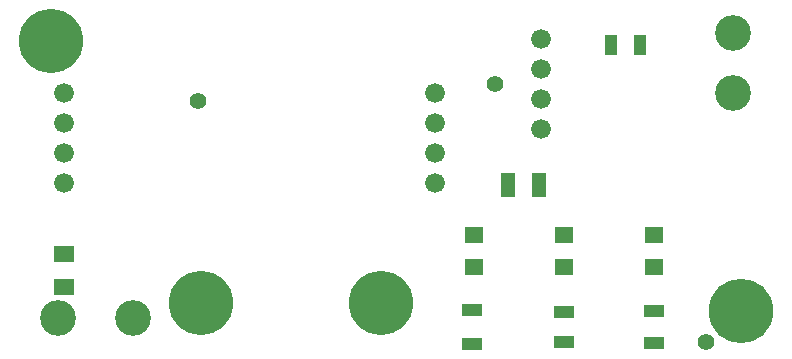
<source format=gts>
G04*
G04 #@! TF.GenerationSoftware,Altium Limited,Altium Designer,22.9.1 (49)*
G04*
G04 Layer_Color=8388736*
%FSLAX25Y25*%
%MOIN*%
G70*
G04*
G04 #@! TF.SameCoordinates,DEE7DE5E-5230-4543-89B2-9CAB29215946*
G04*
G04*
G04 #@! TF.FilePolarity,Negative*
G04*
G01*
G75*
%ADD13R,0.04500X0.08000*%
%ADD14R,0.06496X0.05315*%
%ADD15R,0.03937X0.07087*%
%ADD16R,0.07032X0.05176*%
%ADD17R,0.06693X0.04134*%
%ADD18R,0.06528X0.04156*%
%ADD19R,0.06544X0.04166*%
%ADD20C,0.06591*%
%ADD21C,0.21400*%
%ADD22C,0.21460*%
%ADD23C,0.11928*%
%ADD24C,0.05591*%
D13*
X264750Y159500D02*
D03*
X275250D02*
D03*
D14*
X313500Y142815D02*
D03*
Y132185D02*
D03*
X283500Y142815D02*
D03*
Y132185D02*
D03*
X253500Y142815D02*
D03*
Y132185D02*
D03*
D15*
X308921Y206000D02*
D03*
X299079D02*
D03*
D16*
X117000Y125505D02*
D03*
Y136495D02*
D03*
D17*
X313500Y117217D02*
D03*
Y106783D02*
D03*
D18*
X283500Y117025D02*
D03*
Y106975D02*
D03*
D19*
X253000Y106382D02*
D03*
Y117618D02*
D03*
D20*
X117000Y190000D02*
D03*
Y180000D02*
D03*
Y170000D02*
D03*
Y160000D02*
D03*
X276000Y208000D02*
D03*
Y198000D02*
D03*
Y188000D02*
D03*
Y178000D02*
D03*
X240500Y190000D02*
D03*
Y180000D02*
D03*
Y170000D02*
D03*
Y160000D02*
D03*
D21*
X222500Y120000D02*
D03*
X162500D02*
D03*
X112500Y207500D02*
D03*
D22*
X342500Y117500D02*
D03*
D23*
X340000Y190000D02*
D03*
Y210000D02*
D03*
X140000Y115000D02*
D03*
X115000D02*
D03*
D24*
X161500Y187500D02*
D03*
X260500Y193000D02*
D03*
X331000Y107000D02*
D03*
M02*

</source>
